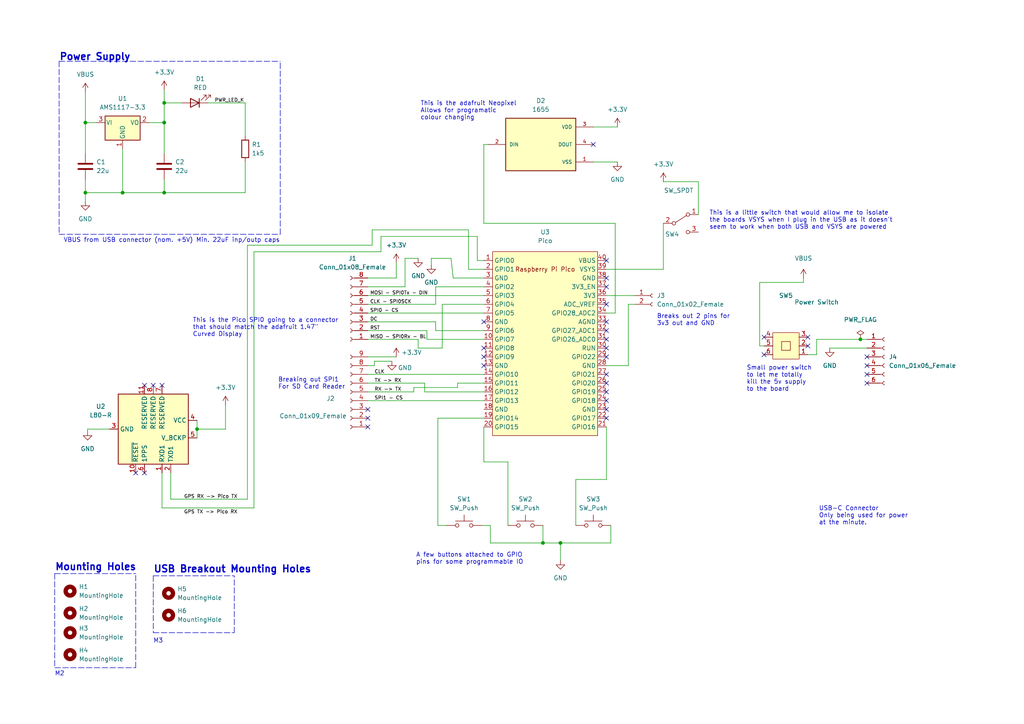
<source format=kicad_sch>
(kicad_sch (version 20211123) (generator eeschema)
  (paper "A4")
  (title_block (title "RPI Pico - SPI Display with Neopixel - GPS and SD Card") (date "2022-12-28") (rev "0.3") (company "Mark McGookin") (comment 1 "Incremental Board for development") (comment 2 "Added SD Card pinouts and GPS footprint"))
  (lib_symbols
    (symbol "Connector:Conn_01x02_Female" (pin_names (offset 1.016) hide)
      (property "Reference" "J" (at 0 2.54 0))
      (property "Value" "Conn_01x02_Female" (at 0 -5.08 0))
      (symbol "Conn_01x02_Female_1_1"
        (arc (start 0 -2.032) (mid -0.508 -2.54) (end 0 -3.048) (stroke (width 0.1524)))
        (polyline (pts (xy -1.27 -2.54) (xy -0.508 -2.54)) (stroke (width 0.1524)))
        (polyline (pts (xy -1.27 0) (xy -0.508 0)) (stroke (width 0.1524)))
        (arc (start 0 0.508) (mid -0.508 0) (end 0 -0.508) (stroke (width 0.1524)))
        (pin passive line (at -5.08 0 0) (length 3.81) (name "Pin_1") (number "1"))
        (pin passive line (at -5.08 -2.54 0) (length 3.81) (name "Pin_2") (number "2"))
      )
    )
    (symbol "Connector:Conn_01x06_Female" (pin_names (offset 1.016) hide)
      (property "Reference" "J" (at 0 7.62 0))
      (property "Value" "Conn_01x06_Female" (at 0 -10.16 0))
      (symbol "Conn_01x06_Female_1_1"
        (arc (start 0 -7.112) (mid -0.508 -7.62) (end 0 -8.128) (stroke (width 0.1524)))
        (arc (start 0 -4.572) (mid -0.508 -5.08) (end 0 -5.588) (stroke (width 0.1524)))
        (arc (start 0 -2.032) (mid -0.508 -2.54) (end 0 -3.048) (stroke (width 0.1524)))
        (polyline (pts (xy -1.27 -7.62) (xy -0.508 -7.62)) (stroke (width 0.1524)))
        (polyline (pts (xy -1.27 -5.08) (xy -0.508 -5.08)) (stroke (width 0.1524)))
        (polyline (pts (xy -1.27 -2.54) (xy -0.508 -2.54)) (stroke (width 0.1524)))
        (polyline (pts (xy -1.27 0) (xy -0.508 0)) (stroke (width 0.1524)))
        (polyline (pts (xy -1.27 2.54) (xy -0.508 2.54)) (stroke (width 0.1524)))
        (polyline (pts (xy -1.27 5.08) (xy -0.508 5.08)) (stroke (width 0.1524)))
        (arc (start 0 0.508) (mid -0.508 0) (end 0 -0.508) (stroke (width 0.1524)))
        (arc (start 0 3.048) (mid -0.508 2.54) (end 0 2.032) (stroke (width 0.1524)))
        (arc (start 0 5.588) (mid -0.508 5.08) (end 0 4.572) (stroke (width 0.1524)))
        (pin passive line (at -5.08 5.08 0) (length 3.81) (name "Pin_1") (number "1"))
        (pin passive line (at -5.08 2.54 0) (length 3.81) (name "Pin_2") (number "2"))
        (pin passive line (at -5.08 0 0) (length 3.81) (name "Pin_3") (number "3"))
        (pin passive line (at -5.08 -2.54 0) (length 3.81) (name "Pin_4") (number "4"))
        (pin passive line (at -5.08 -5.08 0) (length 3.81) (name "Pin_5") (number "5"))
        (pin passive line (at -5.08 -7.62 0) (length 3.81) (name "Pin_6") (number "6"))
      )
    )
    (symbol "Connector:Conn_01x08_Female" (pin_names (offset 1.016) hide)
      (property "Reference" "J" (at 0 10.16 0))
      (property "Value" "Conn_01x08_Female" (at 0 -12.7 0))
      (symbol "Conn_01x08_Female_1_1"
        (arc (start 0 -9.652) (mid -0.508 -10.16) (end 0 -10.668) (stroke (width 0.1524)))
        (arc (start 0 -7.112) (mid -0.508 -7.62) (end 0 -8.128) (stroke (width 0.1524)))
        (arc (start 0 -4.572) (mid -0.508 -5.08) (end 0 -5.588) (stroke (width 0.1524)))
        (arc (start 0 -2.032) (mid -0.508 -2.54) (end 0 -3.048) (stroke (width 0.1524)))
        (polyline (pts (xy -1.27 -10.16) (xy -0.508 -10.16)) (stroke (width 0.1524)))
        (polyline (pts (xy -1.27 -7.62) (xy -0.508 -7.62)) (stroke (width 0.1524)))
        (polyline (pts (xy -1.27 -5.08) (xy -0.508 -5.08)) (stroke (width 0.1524)))
        (polyline (pts (xy -1.27 -2.54) (xy -0.508 -2.54)) (stroke (width 0.1524)))
        (polyline (pts (xy -1.27 0) (xy -0.508 0)) (stroke (width 0.1524)))
        (polyline (pts (xy -1.27 2.54) (xy -0.508 2.54)) (stroke (width 0.1524)))
        (polyline (pts (xy -1.27 5.08) (xy -0.508 5.08)) (stroke (width 0.1524)))
        (polyline (pts (xy -1.27 7.62) (xy -0.508 7.62)) (stroke (width 0.1524)))
        (arc (start 0 0.508) (mid -0.508 0) (end 0 -0.508) (stroke (width 0.1524)))
        (arc (start 0 3.048) (mid -0.508 2.54) (end 0 2.032) (stroke (width 0.1524)))
        (arc (start 0 5.588) (mid -0.508 5.08) (end 0 4.572) (stroke (width 0.1524)))
        (arc (start 0 8.128) (mid -0.508 7.62) (end 0 7.112) (stroke (width 0.1524)))
        (pin passive line (at -5.08 7.62 0) (length 3.81) (name "Pin_1") (number "1"))
        (pin passive line (at -5.08 5.08 0) (length 3.81) (name "Pin_2") (number "2"))
        (pin passive line (at -5.08 2.54 0) (length 3.81) (name "Pin_3") (number "3"))
        (pin passive line (at -5.08 0 0) (length 3.81) (name "Pin_4") (number "4"))
        (pin passive line (at -5.08 -2.54 0) (length 3.81) (name "Pin_5") (number "5"))
        (pin passive line (at -5.08 -5.08 0) (length 3.81) (name "Pin_6") (number "6"))
        (pin passive line (at -5.08 -7.62 0) (length 3.81) (name "Pin_7") (number "7"))
        (pin passive line (at -5.08 -10.16 0) (length 3.81) (name "Pin_8") (number "8"))
      )
    )
    (symbol "Connector:Conn_01x09_Female" (pin_names (offset 1.016) hide)
      (property "Reference" "J" (at 0 12.7 0))
      (property "Value" "Conn_01x09_Female" (at 0 -12.7 0))
      (symbol "Conn_01x09_Female_1_1"
        (arc (start 0 -9.652) (mid -0.508 -10.16) (end 0 -10.668) (stroke (width 0.1524)))
        (arc (start 0 -7.112) (mid -0.508 -7.62) (end 0 -8.128) (stroke (width 0.1524)))
        (arc (start 0 -4.572) (mid -0.508 -5.08) (end 0 -5.588) (stroke (width 0.1524)))
        (arc (start 0 -2.032) (mid -0.508 -2.54) (end 0 -3.048) (stroke (width 0.1524)))
        (polyline (pts (xy -1.27 -10.16) (xy -0.508 -10.16)) (stroke (width 0.1524)))
        (polyline (pts (xy -1.27 -7.62) (xy -0.508 -7.62)) (stroke (width 0.1524)))
        (polyline (pts (xy -1.27 -5.08) (xy -0.508 -5.08)) (stroke (width 0.1524)))
        (polyline (pts (xy -1.27 -2.54) (xy -0.508 -2.54)) (stroke (width 0.1524)))
        (polyline (pts (xy -1.27 0) (xy -0.508 0)) (stroke (width 0.1524)))
        (polyline (pts (xy -1.27 2.54) (xy -0.508 2.54)) (stroke (width 0.1524)))
        (polyline (pts (xy -1.27 5.08) (xy -0.508 5.08)) (stroke (width 0.1524)))
        (polyline (pts (xy -1.27 7.62) (xy -0.508 7.62)) (stroke (width 0.1524)))
        (polyline (pts (xy -1.27 10.16) (xy -0.508 10.16)) (stroke (width 0.1524)))
        (arc (start 0 0.508) (mid -0.508 0) (end 0 -0.508) (stroke (width 0.1524)))
        (arc (start 0 3.048) (mid -0.508 2.54) (end 0 2.032) (stroke (width 0.1524)))
        (arc (start 0 5.588) (mid -0.508 5.08) (end 0 4.572) (stroke (width 0.1524)))
        (arc (start 0 8.128) (mid -0.508 7.62) (end 0 7.112) (stroke (width 0.1524)))
        (arc (start 0 10.668) (mid -0.508 10.16) (end 0 9.652) (stroke (width 0.1524)))
        (pin passive line (at -5.08 10.16 0) (length 3.81) (name "Pin_1") (number "1"))
        (pin passive line (at -5.08 7.62 0) (length 3.81) (name "Pin_2") (number "2"))
        (pin passive line (at -5.08 5.08 0) (length 3.81) (name "Pin_3") (number "3"))
        (pin passive line (at -5.08 2.54 0) (length 3.81) (name "Pin_4") (number "4"))
        (pin passive line (at -5.08 0 0) (length 3.81) (name "Pin_5") (number "5"))
        (pin passive line (at -5.08 -2.54 0) (length 3.81) (name "Pin_6") (number "6"))
        (pin passive line (at -5.08 -5.08 0) (length 3.81) (name "Pin_7") (number "7"))
        (pin passive line (at -5.08 -7.62 0) (length 3.81) (name "Pin_8") (number "8"))
        (pin passive line (at -5.08 -10.16 0) (length 3.81) (name "Pin_9") (number "9"))
      )
    )
    (symbol "Device:C" (pin_numbers hide) (pin_names (offset 0.254))
      (property "Reference" "C" (at 0.635 2.54 0))
      (property "Value" "C" (at 0.635 -2.54 0))
      (symbol "C_0_1"
        (polyline (pts (xy -2.032 -0.762) (xy 2.032 -0.762)) (stroke (width 0.508)))
        (polyline (pts (xy -2.032 0.762) (xy 2.032 0.762)) (stroke (width 0.508)))
      )
      (symbol "C_1_1"
        (pin passive line (at 0 3.81 270) (length 2.794) (name "~") (number "1"))
        (pin passive line (at 0 -3.81 90) (length 2.794) (name "~") (number "2"))
      )
    )
    (symbol "Device:LED" (pin_numbers hide) (pin_names (offset 1.016) hide)
      (property "Reference" "D" (at 0 2.54 0))
      (property "Value" "LED" (at 0 -2.54 0))
      (symbol "LED_0_1"
        (polyline (pts (xy -1.27 -1.27) (xy -1.27 1.27)) (stroke (width 0.254)))
        (polyline (pts (xy -1.27 0) (xy 1.27 0)))
        (polyline (pts (xy 1.27 -1.27) (xy 1.27 1.27) (xy -1.27 0) (xy 1.27 -1.27)) (stroke (width 0.254)))
        (polyline (pts (xy -3.048 -0.762) (xy -4.572 -2.286) (xy -3.81 -2.286) (xy -4.572 -2.286) (xy -4.572 -1.524)))
        (polyline (pts (xy -1.778 -0.762) (xy -3.302 -2.286) (xy -2.54 -2.286) (xy -3.302 -2.286) (xy -3.302 -1.524)))
      )
      (symbol "LED_1_1"
        (pin passive line (at -3.81 0 0) (length 2.54) (name "K") (number "1"))
        (pin passive line (at 3.81 0 180) (length 2.54) (name "A") (number "2"))
      )
    )
    (symbol "Device:R" (pin_numbers hide) (pin_names (offset 0))
      (property "Reference" "R" (at 2.032 0 90))
      (property "Value" "R" (at 0 0 90))
      (symbol "R_0_1"
        (rectangle (start -1.016 -2.54) (end 1.016 2.54) (stroke (width 0.254)))
      )
      (symbol "R_1_1"
        (pin passive line (at 0 3.81 270) (length 1.27) (name "~") (number "1"))
        (pin passive line (at 0 -3.81 90) (length 1.27) (name "~") (number "2"))
      )
    )
    (symbol "Mechanical:MountingHole" (pin_names (offset 1.016))
      (property "Reference" "H" (at 0 5.08 0))
      (property "Value" "MountingHole" (at 0 3.175 0))
      (symbol "MountingHole_0_1"
        (circle (center 0 0) (radius 1.27) (stroke (width 1.27)))
      )
    )
    (symbol "NeoPixel-4Pin-1655:1655" (pin_names (offset 1.016))
      (property "Reference" "D" (at -10.16 8.89 0))
      (property "Value" "1655" (at -10.16 -8.89 0))
      (symbol "1655_0_0"
        (rectangle (start -10.16 -7.62) (end 10.16 7.62) (stroke (width 0.254)) (fill (type background)))
        (pin power_in line (at 15.24 -5.08 180) (length 5.08) (name "VSS") (number "1"))
        (pin input line (at -15.24 0 0) (length 5.08) (name "DIN") (number "2"))
        (pin power_in line (at 15.24 5.08 180) (length 5.08) (name "VDD") (number "3"))
        (pin output line (at 15.24 0 180) (length 5.08) (name "DOUT") (number "4"))
      )
    )
    (symbol "RF_GPS:L80-R"
      (property "Reference" "U" (at -10.16 11.43 0))
      (property "Value" "L80-R" (at 10.16 11.43 0))
      (symbol "L80-R_0_1"
        (rectangle (start -10.16 10.16) (end 10.16 -10.16) (stroke (width 0.254)) (fill (type background)))
      )
      (symbol "L80-R_1_1"
        (pin input line (at 12.7 2.54 180) (length 2.54) (name "RXD1") (number "1"))
        (pin input line (at 12.7 -5.08 180) (length 2.54) (name "~{RESET}") (number "10"))
        (pin passive line (at -12.7 -2.54 0) (length 2.54) (name "RESERVED") (number "11"))
        (pin passive line (at 0 -12.7 90) (length 2.54) hide (name "GND") (number "12"))
        (pin output line (at 12.7 5.08 180) (length 2.54) (name "TXD1") (number "2"))
        (pin power_in line (at 0 -12.7 90) (length 2.54) (name "GND") (number "3"))
        (pin power_in line (at -2.54 12.7 270) (length 2.54) (name "VCC") (number "4"))
        (pin power_in line (at 2.54 12.7 270) (length 2.54) (name "V_BCKP") (number "5"))
        (pin output line (at 12.7 -2.54 180) (length 2.54) (name "1PPS") (number "6"))
        (pin passive line (at -12.7 2.54 0) (length 2.54) (name "RESERVED") (number "7"))
        (pin passive line (at -12.7 0 0) (length 2.54) (name "RESERVED") (number "8"))
        (pin no_connect line (at 10.16 0 180) (length 2.54) hide (name "NC") (number "9"))
      )
    )
    (symbol "RPI-Pico:Pico"
      (property "Reference" "U3" (at 0 32.385 0))
      (property "Value" "Pico" (at 0 29.845 0))
      (symbol "Pico_0_0"
        (text "Raspberry Pi Pico" (at 0 21.59 0) (effects (font (size 1.27 1.27))))
      )
      (symbol "Pico_0_1"
        (rectangle (start -15.24 26.67) (end 15.24 -26.67) (fill (type background)))
      )
      (symbol "Pico_1_1"
        (pin bidirectional line (at -17.78 24.13 0) (length 2.54) (name "GPIO0") (number "1"))
        (pin bidirectional line (at -17.78 1.27 0) (length 2.54) (name "GPIO7") (number "10"))
        (pin bidirectional line (at -17.78 -1.27 0) (length 2.54) (name "GPIO8") (number "11"))
        (pin bidirectional line (at -17.78 -3.81 0) (length 2.54) (name "GPIO9") (number "12"))
        (pin power_in line (at -17.78 -6.35 0) (length 2.54) (name "GND") (number "13"))
        (pin bidirectional line (at -17.78 -8.89 0) (length 2.54) (name "GPIO10") (number "14"))
        (pin bidirectional line (at -17.78 -11.43 0) (length 2.54) (name "GPIO11") (number "15"))
        (pin bidirectional line (at -17.78 -13.97 0) (length 2.54) (name "GPIO12") (number "16"))
        (pin bidirectional line (at -17.78 -16.51 0) (length 2.54) (name "GPIO13") (number "17"))
        (pin power_in line (at -17.78 -19.05 0) (length 2.54) (name "GND") (number "18"))
        (pin bidirectional line (at -17.78 -21.59 0) (length 2.54) (name "GPIO14") (number "19"))
        (pin bidirectional line (at -17.78 21.59 0) (length 2.54) (name "GPIO1") (number "2"))
        (pin bidirectional line (at -17.78 -24.13 0) (length 2.54) (name "GPIO15") (number "20"))
        (pin bidirectional line (at 17.78 -24.13 180) (length 2.54) (name "GPIO16") (number "21"))
        (pin bidirectional line (at 17.78 -21.59 180) (length 2.54) (name "GPIO17") (number "22"))
        (pin power_in line (at 17.78 -19.05 180) (length 2.54) (name "GND") (number "23"))
        (pin bidirectional line (at 17.78 -16.51 180) (length 2.54) (name "GPIO18") (number "24"))
        (pin bidirectional line (at 17.78 -13.97 180) (length 2.54) (name "GPIO19") (number "25"))
        (pin bidirectional line (at 17.78 -11.43 180) (length 2.54) (name "GPIO20") (number "26"))
        (pin bidirectional line (at 17.78 -8.89 180) (length 2.54) (name "GPIO21") (number "27"))
        (pin power_in line (at 17.78 -6.35 180) (length 2.54) (name "GND") (number "28"))
        (pin bidirectional line (at 17.78 -3.81 180) (length 2.54) (name "GPIO22") (number "29"))
        (pin power_in line (at -17.78 19.05 0) (length 2.54) (name "GND") (number "3"))
        (pin input line (at 17.78 -1.27 180) (length 2.54) (name "RUN") (number "30"))
        (pin bidirectional line (at 17.78 1.27 180) (length 2.54) (name "GPIO26_ADC0") (number "31"))
        (pin bidirectional line (at 17.78 3.81 180) (length 2.54) (name "GPIO27_ADC1") (number "32"))
        (pin power_in line (at 17.78 6.35 180) (length 2.54) (name "AGND") (number "33"))
        (pin bidirectional line (at 17.78 8.89 180) (length 2.54) (name "GPIO28_ADC2") (number "34"))
        (pin power_in line (at 17.78 11.43 180) (length 2.54) (name "ADC_VREF") (number "35"))
        (pin power_in line (at 17.78 13.97 180) (length 2.54) (name "3V3") (number "36"))
        (pin input line (at 17.78 16.51 180) (length 2.54) (name "3V3_EN") (number "37"))
        (pin bidirectional line (at 17.78 19.05 180) (length 2.54) (name "GND") (number "38"))
        (pin power_in line (at 17.78 21.59 180) (length 2.54) (name "VSYS") (number "39"))
        (pin bidirectional line (at -17.78 16.51 0) (length 2.54) (name "GPIO2") (number "4"))
        (pin power_in line (at 17.78 24.13 180) (length 2.54) (name "VBUS") (number "40"))
        (pin bidirectional line (at -17.78 13.97 0) (length 2.54) (name "GPIO3") (number "5"))
        (pin bidirectional line (at -17.78 11.43 0) (length 2.54) (name "GPIO4") (number "6"))
        (pin bidirectional line (at -17.78 8.89 0) (length 2.54) (name "GPIO5") (number "7"))
        (pin power_in line (at -17.78 6.35 0) (length 2.54) (name "GND") (number "8"))
        (pin bidirectional line (at -17.78 3.81 0) (length 2.54) (name "GPIO6") (number "9"))
      )
    )
    (symbol "Regulator_Linear:AMS1117-3.3" (pin_names (offset 0.254))
      (property "Reference" "U" (at -3.81 3.175 0))
      (property "Value" "AMS1117-3.3" (at 0 3.175 0))
      (symbol "AMS1117-3.3_0_1"
        (rectangle (start -5.08 -5.08) (end 5.08 1.905) (stroke (width 0.254)) (fill (type background)))
      )
      (symbol "AMS1117-3.3_1_1"
        (pin power_in line (at 0 -7.62 90) (length 2.54) (name "GND") (number "1"))
        (pin power_out line (at 7.62 0 180) (length 2.54) (name "VO") (number "2"))
        (pin power_in line (at -7.62 0 0) (length 2.54) (name "VI") (number "3"))
      )
    )
    (symbol "Switch:SW_Push" (pin_numbers hide) (pin_names (offset 1.016) hide)
      (property "Reference" "SW" (at 1.27 2.54 0))
      (property "Value" "SW_Push" (at 0 -1.524 0))
      (symbol "SW_Push_0_1"
        (circle (center -2.032 0) (radius 0.508))
        (polyline (pts (xy 0 1.27) (xy 0 3.048)))
        (polyline (pts (xy 2.54 1.27) (xy -2.54 1.27)))
        (circle (center 2.032 0) (radius 0.508))
        (pin passive line (at -5.08 0 0) (length 2.54) (name "1") (number "1"))
        (pin passive line (at 5.08 0 180) (length 2.54) (name "2") (number "2"))
      )
    )
    (symbol "Switch:SW_SPDT" (pin_names (offset 0) hide)
      (property "Reference" "SW" (at 0 4.318 0))
      (property "Value" "SW_SPDT" (at 0 -5.08 0))
      (symbol "SW_SPDT_0_0"
        (circle (center -2.032 0) (radius 0.508))
        (circle (center 2.032 -2.54) (radius 0.508))
      )
      (symbol "SW_SPDT_0_1"
        (polyline (pts (xy -1.524 0.254) (xy 1.651 2.286)))
        (circle (center 2.032 2.54) (radius 0.508))
      )
      (symbol "SW_SPDT_1_1"
        (pin passive line (at 5.08 2.54 180) (length 2.54) (name "A") (number "1"))
        (pin passive line (at -5.08 0 0) (length 2.54) (name "B") (number "2"))
        (pin passive line (at 5.08 -2.54 180) (length 2.54) (name "C") (number "3"))
      )
    )
    (symbol "power:+3.3V" (power) (pin_names (offset 0))
      (property "Value" "+3.3V" (at 0 3.556 0))
      (symbol "+3.3V_0_1"
        (polyline (pts (xy -0.762 1.27) (xy 0 2.54)))
        (polyline (pts (xy 0 0) (xy 0 2.54)))
        (polyline (pts (xy 0 2.54) (xy 0.762 1.27)))
      )
      (symbol "+3.3V_1_1"
        (pin power_in line (at 0 0 90) (length 0) hide (name "+3.3V") (number "1"))
      )
    )
    (symbol "power:GND" (power) (pin_names (offset 0))
      (property "Value" "GND" (at 0 -3.81 0))
      (symbol "GND_0_1"
        (polyline (pts (xy 0 0) (xy 0 -1.27) (xy 1.27 -1.27) (xy 0 -2.54) (xy -1.27 -1.27) (xy 0 -1.27)))
      )
      (symbol "GND_1_1"
        (pin power_in line (at 0 0 270) (length 0) hide (name "GND") (number "1"))
      )
    )
    (symbol "power:PWR_FLAG" (power) (pin_numbers hide) (pin_names (offset 0) hide)
      (property "Value" "PWR_FLAG" (at 0 3.81 0))
      (symbol "PWR_FLAG_0_0"
        (pin power_out line (at 0 0 90) (length 0) (name "pwr") (number "1"))
      )
      (symbol "PWR_FLAG_0_1"
        (polyline (pts (xy 0 0) (xy 0 1.27) (xy -1.016 1.905) (xy 0 2.54) (xy 1.016 1.905) (xy 0 1.27)))
      )
    )
    (symbol "power:VBUS" (power) (pin_names (offset 0))
      (property "Value" "VBUS" (at 0 3.81 0))
      (symbol "VBUS_0_1"
        (polyline (pts (xy -0.762 1.27) (xy 0 2.54)))
        (polyline (pts (xy 0 0) (xy 0 2.54)))
        (polyline (pts (xy 0 2.54) (xy 0.762 1.27)))
      )
      (symbol "VBUS_1_1"
        (pin power_in line (at 0 0 90) (length 0) hide (name "VBUS") (number "1"))
      )
    )
    (symbol "self-locking-button:SW_DPDT_XLX" (pin_names (offset 1.016))
      (property "Reference" "U" (at 0 5.08 0))
      (property "Value" "SW_DPDT_XLX" (at 0 2.54 0))
      (symbol "SW_DPDT_XLX_0_1"
        (rectangle (start -3.81 0) (end 3.81 -7.62) (fill (type background)))
        (polyline (pts (xy -1.27 -2.54) (xy 1.27 -2.54) (xy 1.27 -5.08) (xy -1.27 -5.08) (xy -1.27 -2.54)))
      )
      (symbol "SW_DPDT_XLX_1_1"
        (pin input line (at 6.35 -6.35 180) (length 2.54) (name "~") (number "1"))
        (pin input line (at 6.35 -3.81 180) (length 2.54) (name "~") (number "2"))
        (pin input line (at 6.35 -1.27 180) (length 2.54) (name "~") (number "3"))
        (pin input line (at -6.35 -1.27 0) (length 2.54) (name "~") (number "4"))
        (pin input line (at -6.35 -3.81 0) (length 2.54) (name "~") (number "5"))
        (pin input line (at -6.35 -6.35 0) (length 2.54) (name "~") (number "6"))
      )
    )
  )
  (junction (at 35.56 55.88))
  (junction (at 47.625 55.88))
  (junction (at 157.48 157.48))
  (junction (at 47.625 29.845))
  (junction (at 249.555 98.425))
  (junction (at 24.765 35.56))
  (junction (at 57.15 124.46))
  (junction (at 24.765 55.88))
  (junction (at 47.625 35.56))
  (junction (at 162.56 157.48))
  (no_connect (at 39.37 137.16))
  (no_connect (at 175.895 98.425))
  (no_connect (at 175.895 121.285))
  (no_connect (at 175.895 93.345))
  (no_connect (at 251.46 103.505))
  (no_connect (at 221.615 102.87))
  (no_connect (at 175.895 95.885))
  (no_connect (at 140.335 93.345))
  (no_connect (at 175.895 111.125))
  (no_connect (at 175.895 75.565))
  (no_connect (at 251.46 108.585))
  (no_connect (at 140.335 106.045))
  (no_connect (at 175.895 108.585))
  (no_connect (at 172.085 41.91))
  (no_connect (at 140.335 100.965))
  (no_connect (at 106.68 118.745))
  (no_connect (at 234.315 97.79))
  (no_connect (at 251.46 106.045))
  (no_connect (at 221.615 97.79))
  (no_connect (at 234.315 100.33))
  (no_connect (at 175.895 103.505))
  (no_connect (at 175.895 88.265))
  (no_connect (at 175.895 116.205))
  (no_connect (at 44.45 111.76))
  (no_connect (at 46.99 111.76))
  (no_connect (at 251.46 111.125))
  (no_connect (at 175.895 118.745))
  (no_connect (at 41.91 137.16))
  (no_connect (at 106.68 121.285))
  (no_connect (at 106.68 123.825))
  (no_connect (at 175.895 113.665))
  (no_connect (at 175.895 83.185))
  (no_connect (at 41.91 111.76))
  (no_connect (at 175.895 100.965))
  (no_connect (at 140.335 103.505))
  (no_connect (at 175.895 80.645))
  (wire (pts (xy 140.335 41.91) (xy 140.335 64.77)))
  (wire (pts (xy 140.335 88.265) (xy 128.27 88.265)))
  (wire (pts (xy 142.24 152.4) (xy 142.24 157.48)))
  (wire (pts (xy 106.68 108.585) (xy 140.335 108.585)))
  (wire (pts (xy 140.335 64.77) (xy 178.435 64.77)))
  (wire (pts (xy 35.56 43.18) (xy 35.56 55.88)))
  (wire (pts (xy 65.405 124.46) (xy 57.15 124.46)))
  (wire (pts (xy 106.68 80.645) (xy 114.935 80.645)))
  (wire (pts (xy 123.825 98.425) (xy 123.825 95.885)))
  (wire (pts (xy 126.365 83.185) (xy 126.365 88.265)))
  (wire (pts (xy 43.18 35.56) (xy 47.625 35.56)))
  (wire (pts (xy 47.625 26.035) (xy 47.625 29.845)))
  (wire (pts (xy 120.015 113.665) (xy 120.015 112.395)))
  (wire (pts (xy 142.24 157.48) (xy 157.48 157.48)))
  (wire (pts (xy 157.48 152.4) (xy 157.48 157.48)))
  (wire (pts (xy 220.345 81.915) (xy 233.045 81.915)))
  (wire (pts (xy 132.715 111.125) (xy 140.335 111.125)))
  (wire (pts (xy 220.345 81.915) (xy 220.345 100.33)))
  (wire (pts (xy 140.335 98.425) (xy 123.825 98.425)))
  (polyline (pts (xy 17.145 17.78) (xy 17.145 67.945)))
  (wire (pts (xy 47.625 55.88) (xy 71.12 55.88)))
  (wire (pts (xy 117.475 83.185) (xy 117.475 74.93)))
  (wire (pts (xy 106.68 116.205) (xy 140.335 116.205)))
  (wire (pts (xy 123.19 113.665) (xy 140.335 113.665)))
  (wire (pts (xy 130.81 74.93) (xy 125.095 74.93)))
  (polyline (pts (xy 44.45 167.005) (xy 67.945 167.005)))
  (wire (pts (xy 73.66 73.025) (xy 110.49 73.025)))
  (wire (pts (xy 49.53 144.78) (xy 71.755 144.78)))
  (wire (pts (xy 47.625 29.845) (xy 52.705 29.845)))
  (wire (pts (xy 175.895 123.825) (xy 175.895 139.065)))
  (wire (pts (xy 140.335 123.825) (xy 140.335 133.985)))
  (wire (pts (xy 172.085 36.83) (xy 179.07 36.83)))
  (wire (pts (xy 182.245 88.265) (xy 184.15 88.265)))
  (wire (pts (xy 175.895 85.725) (xy 184.15 85.725)))
  (wire (pts (xy 140.335 121.285) (xy 127 121.285)))
  (wire (pts (xy 140.335 95.885) (xy 126.365 95.885)))
  (wire (pts (xy 120.015 112.395) (xy 132.715 112.395)))
  (polyline (pts (xy 44.45 167.005) (xy 44.45 183.515)))
  (wire (pts (xy 157.48 157.48) (xy 162.56 157.48)))
  (wire (pts (xy 106.68 113.665) (xy 120.015 113.665)))
  (wire (pts (xy 249.555 98.425) (xy 236.855 98.425)))
  (wire (pts (xy 106.68 83.185) (xy 117.475 83.185)))
  (wire (pts (xy 167.005 139.065) (xy 167.005 152.4)))
  (wire (pts (xy 175.895 78.105) (xy 192.405 78.105)))
  (wire (pts (xy 24.765 26.67) (xy 24.765 35.56)))
  (wire (pts (xy 123.19 111.125) (xy 123.19 113.665)))
  (wire (pts (xy 126.365 95.885) (xy 126.365 93.345)))
  (wire (pts (xy 71.12 29.845) (xy 71.12 39.37)))
  (wire (pts (xy 71.755 71.12) (xy 107.95 71.12)))
  (wire (pts (xy 24.765 44.45) (xy 24.765 35.56)))
  (wire (pts (xy 140.335 41.91) (xy 141.605 41.91)))
  (wire (pts (xy 47.625 35.56) (xy 47.625 44.45)))
  (wire (pts (xy 139.7 152.4) (xy 142.24 152.4)))
  (wire (pts (xy 71.12 46.99) (xy 71.12 55.88)))
  (wire (pts (xy 24.765 55.88) (xy 24.765 58.42)))
  (wire (pts (xy 147.32 133.985) (xy 147.32 152.4)))
  (wire (pts (xy 177.165 152.4) (xy 177.165 157.48)))
  (wire (pts (xy 175.895 106.045) (xy 182.245 106.045)))
  (wire (pts (xy 140.335 83.185) (xy 126.365 83.185)))
  (wire (pts (xy 57.15 121.92) (xy 57.15 124.46)))
  (wire (pts (xy 106.68 106.045) (xy 108.585 106.045)))
  (wire (pts (xy 57.15 124.46) (xy 57.15 127)))
  (wire (pts (xy 106.68 98.425) (xy 121.285 98.425)))
  (wire (pts (xy 140.335 133.985) (xy 147.32 133.985)))
  (wire (pts (xy 175.895 139.065) (xy 167.005 139.065)))
  (wire (pts (xy 31.75 124.46) (xy 25.4 124.46)))
  (wire (pts (xy 71.755 144.78) (xy 71.755 71.12)))
  (wire (pts (xy 46.99 147.32) (xy 73.66 147.32)))
  (wire (pts (xy 107.95 71.12) (xy 107.95 66.675)))
  (wire (pts (xy 49.53 137.16) (xy 49.53 144.78)))
  (wire (pts (xy 108.585 106.045) (xy 108.585 104.775)))
  (wire (pts (xy 162.56 157.48) (xy 162.56 162.56)))
  (wire (pts (xy 126.365 93.345) (xy 106.68 93.345)))
  (wire (pts (xy 128.27 100.965) (xy 121.285 100.965)))
  (polyline (pts (xy 15.875 193.675) (xy 39.37 193.675)))
  (wire (pts (xy 114.935 80.645) (xy 114.935 76.2)))
  (wire (pts (xy 138.43 68.58) (xy 138.43 75.565)))
  (polyline (pts (xy 17.145 67.945) (xy 81.28 67.945)))
  (wire (pts (xy 107.95 66.675) (xy 135.89 66.675)))
  (wire (pts (xy 177.165 157.48) (xy 162.56 157.48)))
  (wire (pts (xy 236.855 102.87) (xy 234.315 102.87)))
  (wire (pts (xy 172.085 46.99) (xy 179.07 46.99)))
  (polyline (pts (xy 81.28 67.945) (xy 81.28 17.78)))
  (wire (pts (xy 135.89 66.675) (xy 135.89 78.105)))
  (polyline (pts (xy 67.945 183.515) (xy 67.945 167.005)))
  (wire (pts (xy 128.27 88.265) (xy 128.27 100.965)))
  (wire (pts (xy 220.345 100.33) (xy 221.615 100.33)))
  (wire (pts (xy 127 121.285) (xy 127 152.4)))
  (wire (pts (xy 106.68 103.505) (xy 114.935 103.505)))
  (wire (pts (xy 24.765 52.07) (xy 24.765 55.88)))
  (wire (pts (xy 47.625 55.88) (xy 35.56 55.88)))
  (wire (pts (xy 121.285 100.965) (xy 121.285 98.425)))
  (wire (pts (xy 202.565 52.705) (xy 202.565 62.23)))
  (wire (pts (xy 132.715 112.395) (xy 132.715 111.125)))
  (wire (pts (xy 127 152.4) (xy 129.54 152.4)))
  (wire (pts (xy 106.68 85.725) (xy 140.335 85.725)))
  (wire (pts (xy 236.855 98.425) (xy 236.855 102.87)))
  (wire (pts (xy 138.43 75.565) (xy 140.335 75.565)))
  (wire (pts (xy 251.46 98.425) (xy 249.555 98.425)))
  (wire (pts (xy 46.99 137.16) (xy 46.99 147.32)))
  (polyline (pts (xy 44.45 183.515) (xy 67.945 183.515)))
  (wire (pts (xy 108.585 104.775) (xy 113.665 104.775)))
  (wire (pts (xy 110.49 68.58) (xy 138.43 68.58)))
  (wire (pts (xy 47.625 52.07) (xy 47.625 55.88)))
  (wire (pts (xy 131.445 80.645) (xy 130.81 74.93)))
  (wire (pts (xy 106.68 90.805) (xy 140.335 90.805)))
  (wire (pts (xy 73.66 147.32) (xy 73.66 73.025)))
  (wire (pts (xy 117.475 74.93) (xy 121.285 74.93)))
  (wire (pts (xy 65.405 117.475) (xy 65.405 124.46)))
  (wire (pts (xy 125.095 74.93) (xy 125.095 76.835)))
  (wire (pts (xy 110.49 73.025) (xy 110.49 68.58)))
  (polyline (pts (xy 15.875 166.37) (xy 15.875 193.675)))
  (wire (pts (xy 178.435 90.805) (xy 175.895 90.805)))
  (polyline (pts (xy 39.37 193.675) (xy 39.37 166.37)))
  (wire (pts (xy 25.4 124.46) (xy 25.4 125.095)))
  (wire (pts (xy 240.665 100.965) (xy 251.46 100.965)))
  (wire (pts (xy 135.89 78.105) (xy 140.335 78.105)))
  (wire (pts (xy 24.765 35.56) (xy 27.94 35.56)))
  (wire (pts (xy 35.56 55.88) (xy 24.765 55.88)))
  (wire (pts (xy 192.405 52.705) (xy 202.565 52.705)))
  (wire (pts (xy 106.68 88.265) (xy 126.365 88.265)))
  (wire (pts (xy 106.68 111.125) (xy 123.19 111.125)))
  (polyline (pts (xy 15.875 166.37) (xy 39.37 166.37)))
  (wire (pts (xy 123.825 95.885) (xy 106.68 95.885)))
  (polyline (pts (xy 17.145 17.78) (xy 81.28 17.78)))
  (wire (pts (xy 140.335 80.645) (xy 131.445 80.645)))
  (wire (pts (xy 182.245 106.045) (xy 182.245 88.265)))
  (wire (pts (xy 178.435 64.77) (xy 178.435 90.805)))
  (wire (pts (xy 192.405 64.77) (xy 192.405 78.105)))
  (wire (pts (xy 47.625 29.845) (xy 47.625 35.56)))
  (wire (pts (xy 233.045 81.915) (xy 233.045 80.645)))
  (wire (pts (xy 60.325 29.845) (xy 71.12 29.845)))
  (text "A few buttons attached to GPIO \npins for some programmable IO" (at 120.65 163.83 0) (effects (font (size 1.27 1.27)) (justify left bottom)))
  (text "Power Supply" (at 17.145 17.78 0) (effects (font (size 2 2) (thickness 0.4) bold) (justify left bottom)))
  (text "Breaks out 2 pins for\n3v3 out and GND" (at 190.5 94.615 0) (effects (font (size 1.27 1.27)) (justify left bottom)))
  (text "Mounting Holes\n" (at 15.875 165.735 0) (effects (font (size 2 2) (thickness 0.4) bold) (justify left bottom)))
  (text "Small power switch\nto let me totally\nkill the 5v supply\nto the board" (at 216.535 113.665 0) (effects (font (size 1.27 1.27)) (justify left bottom)))
  (text "USB Breakout Mounting Holes\n" (at 44.45 166.37 0) (effects (font (size 2 2) (thickness 0.4) bold) (justify left bottom)))
  (text "USB-C Connector\nOnly being used for power\nat the minute." (at 237.49 152.4 0) (effects (font (size 1.27 1.27)) (justify left bottom)))
  (text "Breaking out SPI1\nFor SD Card Reader" (at 80.645 113.03 0) (effects (font (size 1.27 1.27)) (justify left bottom)))
  (text "M2\n" (at 15.875 196.215 0) (effects (font (size 1.27 1.27)) (justify left bottom)))
  (text "This is the adafruit Neopixel\nAllows for programatic\ncolour changing" (at 121.92 34.925 0) (effects (font (size 1.27 1.27)) (justify left bottom)))
  (text "VBUS from USB connector (nom. +5V) Min. 22uF inp/outp caps" (at 18.415 70.485 0) (effects (font (size 1.27 1.27)) (justify left bottom)))
  (text "M3\n" (at 44.45 186.69 0) (effects (font (size 1.27 1.27)) (justify left bottom)))
  (text "This is a little switch that would allow me to isolate\nthe boards VSYS when I plug in the USB as it doesn't\nseem to work when both USB and VSYS are powered" (at 205.74 66.675 0) (effects (font (size 1.27 1.27)) (justify left bottom)))
  (text "This is the Pico SPI0 going to a connector\nthat should match the adafruit 1.47\"\nCurved Display" (at 55.88 97.79 0) (effects (font (size 1.27 1.27)) (justify left bottom)))
  (label "MOSI - SPI0Tx - DIN" (at 107.315 85.725 0) (effects (font (size 1 1))))
  (label "RST" (at 107.315 95.885 0) (effects (font (size 1 1))))
  (label "GPS RX -> Pico TX" (at 53.34 144.78 0) (effects (font (size 1 1))))
  (label "SPI1 - CS" (at 108.585 116.205 0) (effects (font (size 1 1))))
  (label "TX -> RX" (at 108.585 111.125 0) (effects (font (size 1 1))))
  (label "DC" (at 107.315 93.345 0) (effects (font (size 1 1))))
  (label "GPS TX -> Pico RX" (at 53.34 149.225 0) (effects (font (size 1 1))))
  (label "SPI0 - CS" (at 107.315 90.805 0) (effects (font (size 1 1))))
  (label "PWR_LED_K" (at 62.23 29.845 0) (effects (font (size 1 1))))
  (label "CLK - SPI0SCK" (at 107.315 88.265 0) (effects (font (size 1 1))))
  (label "RX -> TX" (at 108.585 113.665 0) (effects (font (size 1 1))))
  (label "CLK" (at 108.585 108.585 0) (effects (font (size 1 1))))
  (label "MISO - SPI0Rx - BL" (at 107.315 98.425 0) (effects (font (size 1 1))))
  (symbol (lib_id "Switch:SW_Push") (at 134.62 152.4 0) (unit 1)
    (property "Reference" "SW1" (at 134.62 144.78 0))
    (property "Value" "SW_Push" (at 134.62 147.32 0))
    (property "Footprint" "Button_Switch_THT:SW_PUSH_6mm_H5mm" (effects hide))
  )
  (symbol (lib_id "Device:C") (at 24.765 48.26 0) (unit 1)
    (property "Reference" "C1" (at 27.94 46.9899 0) (effects (justify left)))
    (property "Value" "22u" (at 27.94 49.5299 0) (effects (justify left)))
    (property "Footprint" "Capacitor_SMD:C_0603_1608Metric" (effects hide))
  )
  (symbol (lib_id "Mechanical:MountingHole") (at 20.32 183.515 0) (unit 1)
    (property "Reference" "H3" (at 22.86 182.2449 0) (effects (justify left)))
    (property "Value" "MountingHole" (at 22.86 184.7849 0) (effects (justify left)))
    (property "Footprint" "MountingHole:MountingHole_2.2mm_M2" (effects hide))
  )
  (symbol (lib_id "power:PWR_FLAG") (at 249.555 98.425 0) (unit 1)
    (property "Reference" "#FLG01" (effects hide))
    (property "Value" "PWR_FLAG" (at 249.555 92.71 0))
  )
  (symbol (lib_id "power:+3.3V") (at 192.405 52.705 0) (unit 1)
    (property "Reference" "#PWR014" (effects hide))
    (property "Value" "+3.3V" (at 192.405 47.625 0))
  )
  (symbol (lib_id "power:VBUS") (at 24.765 26.67 0) (unit 1)
    (property "Reference" "#PWR01" (effects hide))
    (property "Value" "VBUS" (at 24.765 21.59 0))
  )
  (symbol (lib_id "power:GND") (at 240.665 100.965 0) (unit 1)
    (property "Reference" "#PWR016" (effects hide))
    (property "Value" "GND" (at 240.665 106.045 0))
  )
  (symbol (lib_id "RPI-Pico:Pico") (at 158.115 99.695 0) (unit 1)
    (property "Reference" "U3" (at 158.115 67.31 0))
    (property "Value" "Pico" (at 158.115 69.85 0))
    (property "Footprint" "RPI Pico:RPi_Pico_SMD_TH" (effects hide))
  )
  (symbol (lib_id "Switch:SW_Push") (at 152.4 152.4 0) (unit 1)
    (property "Reference" "SW2" (at 152.4 144.78 0))
    (property "Value" "SW_Push" (at 152.4 147.32 0))
    (property "Footprint" "Button_Switch_THT:SW_PUSH_6mm_H5mm" (effects hide))
  )
  (symbol (lib_id "power:GND") (at 179.07 46.99 0) (unit 1)
    (property "Reference" "#PWR013" (effects hide))
    (property "Value" "GND" (at 179.07 52.07 0))
  )
  (symbol (lib_id "NeoPixel-4Pin-1655:1655") (at 156.845 41.91 0) (unit 1)
    (property "Reference" "D2" (at 156.845 29.21 0))
    (property "Value" "1655" (at 156.845 31.75 0))
    (property "Footprint" "Neopixel:LED_1655" (effects hide))
    (property "STANDARD" "Manufacturer recommendations" (effects hide))
    (property "MANUFACTURER" "Adafruit Industries" (effects hide))
    (property "MAXIMUM_PACKAGE_HEIGHT" "1.6 mm" (effects hide))
    (property "PARTREV" "01" (effects hide))
  )
  (symbol (lib_id "power:+3.3V") (at 114.935 76.2 0) (unit 1)
    (property "Reference" "#PWR07" (effects hide))
    (property "Value" "+3.3V" (at 114.935 71.12 0))
  )
  (symbol (lib_id "Device:R") (at 71.12 43.18 0) (unit 1)
    (property "Reference" "R1" (at 73.025 41.9099 0) (effects (justify left)))
    (property "Value" "1k5" (at 73.025 44.4499 0) (effects (justify left)))
    (property "Footprint" "Resistor_SMD:R_0603_1608Metric" (effects hide))
  )
  (symbol (lib_id "power:+3.3V") (at 65.405 117.475 0) (unit 1)
    (property "Reference" "#PWR05" (effects hide))
    (property "Value" "+3.3V" (at 65.405 112.395 0))
  )
  (symbol (lib_id "power:+3.3V") (at 179.07 36.83 0) (unit 1)
    (property "Reference" "#PWR012" (effects hide))
    (property "Value" "+3.3V" (at 179.07 31.75 0))
  )
  (symbol (lib_id "Connector:Conn_01x08_Female") (at 101.6 90.805 180) (unit 1)
    (property "Reference" "J1" (at 102.235 74.93 0))
    (property "Value" "Conn_01x08_Female" (at 102.235 77.47 0))
    (property "Footprint" "Connector_JST:JST_PH_B8B-PH-K_1x08_P2.00mm_Vertical" (effects hide))
  )
  (symbol (lib_id "power:+3.3V") (at 47.625 26.035 0) (unit 1)
    (property "Reference" "#PWR04" (effects hide))
    (property "Value" "+3.3V" (at 47.625 20.955 0))
  )
  (symbol (lib_id "Device:LED") (at 56.515 29.845 180) (unit 1)
    (property "Reference" "D1" (at 58.1025 22.86 0))
    (property "Value" "RED" (at 58.1025 25.4 0))
    (property "Footprint" "LED_SMD:LED_0603_1608Metric" (effects hide))
  )
  (symbol (lib_id "power:GND") (at 113.665 104.775 0) (unit 1)
    (property "Reference" "#PWR06" (effects hide))
    (property "Value" "GND" (at 117.475 106.68 0))
  )
  (symbol (lib_id "Connector:Conn_01x02_Female") (at 189.23 85.725 0) (unit 1)
    (property "Reference" "J3" (at 190.5 85.7249 0) (effects (justify left)))
    (property "Value" "Conn_01x02_Female" (at 190.5 88.2649 0) (effects (justify left)))
    (property "Footprint" "Connector_PinHeader_2.54mm:PinHeader_1x02_P2.54mm_Vertical" (effects hide))
  )
  (symbol (lib_id "Regulator_Linear:AMS1117-3.3") (at 35.56 35.56 0) (unit 1)
    (property "Reference" "U1" (at 35.56 28.575 0))
    (property "Value" "AMS1117-3.3" (at 35.56 31.115 0))
    (property "Footprint" "Package_TO_SOT_SMD:SOT-223-3_TabPin2" (effects hide))
    (property "Datasheet" "http://www.advanced-monolithic.com/pdf/ds1117.pdf" (effects hide))
  )
  (symbol (lib_id "Switch:SW_SPDT") (at 197.485 64.77 0) (unit 1)
    (property "Reference" "SW4" (at 194.945 67.945 0))
    (property "Value" "SW_SPDT" (at 196.85 55.245 0))
    (property "Footprint" "Button_Switch_SMD:SW_SPDT_PCM12" (effects hide))
  )
  (symbol (lib_id "Connector:Conn_01x06_Female") (at 256.54 103.505 0) (unit 1)
    (property "Reference" "J4" (at 257.81 103.5049 0) (effects (justify left)))
    (property "Value" "Conn_01x06_Female" (at 257.81 106.0449 0) (effects (justify left)))
    (property "Footprint" "Connector_PinHeader_2.54mm:PinHeader_1x06_P2.54mm_Vertical" (effects hide))
  )
  (symbol (lib_id "RF_GPS:L80-R") (at 44.45 124.46 270) (unit 1)
    (property "Reference" "U2" (at 29.21 117.8812 90))
    (property "Value" "L80-R" (at 29.21 120.4212 90))
    (property "Footprint" "RF_GPS:Quectel_L80-R" (effects hide))
    (property "Datasheet" "https://www.quectel.com/UploadImage/Downlad/Quectel_L80-R_Hardware_Design_V1.2.pdf" (effects hide))
  )
  (symbol (lib_id "power:GND") (at 121.285 74.93 0) (unit 1)
    (property "Reference" "#PWR09" (effects hide))
    (property "Value" "GND" (at 121.285 80.01 0))
  )
  (symbol (lib_id "Mechanical:MountingHole") (at 20.32 189.865 0) (unit 1)
    (property "Reference" "H4" (at 22.86 188.5949 0) (effects (justify left)))
    (property "Value" "MountingHole" (at 22.86 191.1349 0) (effects (justify left)))
    (property "Footprint" "MountingHole:MountingHole_2.2mm_M2" (effects hide))
  )
  (symbol (lib_id "power:GND") (at 162.56 162.56 0) (unit 1)
    (property "Reference" "#PWR011" (effects hide))
    (property "Value" "GND" (at 162.56 167.64 0))
  )
  (symbol (lib_id "Mechanical:MountingHole") (at 48.895 172.085 0) (unit 1)
    (property "Reference" "H5" (at 51.435 170.8149 0) (effects (justify left)))
    (property "Value" "MountingHole" (at 51.435 173.3549 0) (effects (justify left)))
    (property "Footprint" "MountingHole:MountingHole_3.2mm_M3" (effects hide))
  )
  (symbol (lib_id "power:VBUS") (at 233.045 80.645 0) (unit 1)
    (property "Reference" "#PWR015" (effects hide))
    (property "Value" "VBUS" (at 233.045 74.93 0))
  )
  (symbol (lib_id "power:GND") (at 125.095 76.835 0) (unit 1)
    (property "Reference" "#PWR010" (effects hide))
    (property "Value" "GND" (at 125.095 81.915 0))
  )
  (symbol (lib_id "Mechanical:MountingHole") (at 48.895 178.435 0) (unit 1)
    (property "Reference" "H6" (at 51.435 177.1649 0) (effects (justify left)))
    (property "Value" "MountingHole" (at 51.435 179.7049 0) (effects (justify left)))
    (property "Footprint" "MountingHole:MountingHole_3.2mm_M3" (effects hide))
  )
  (symbol (lib_id "power:+3.3V") (at 114.935 103.505 0) (unit 1)
    (property "Reference" "#PWR08" (effects hide))
    (property "Value" "+3.3V" (at 119.38 102.235 0))
  )
  (symbol (lib_id "Connector:Conn_01x09_Female") (at 101.6 113.665 180) (unit 1)
    (property "Reference" "J2" (at 95.885 115.57 0))
    (property "Value" "Conn_01x09_Female" (at 90.805 120.65 0))
    (property "Footprint" "Connector_PinHeader_2.54mm:PinHeader_1x09_P2.54mm_Vertical" (effects hide))
  )
  (symbol (lib_id "power:GND") (at 24.765 58.42 0) (unit 1)
    (property "Reference" "#PWR02" (effects hide))
    (property "Value" "GND" (at 24.765 63.5 0))
  )
  (symbol (lib_id "Device:C") (at 47.625 48.26 0) (unit 1)
    (property "Reference" "C2" (at 50.8 46.9899 0) (effects (justify left)))
    (property "Value" "22u" (at 50.8 49.5299 0) (effects (justify left)))
    (property "Footprint" "Capacitor_SMD:C_0603_1608Metric" (effects hide))
  )
  (symbol (lib_id "self-locking-button:SW_DPDT_XLX") (at 227.965 96.52 0) (unit 1)
    (property "Reference" "SW5" (at 227.965 85.725 0))
    (property "Value" "Power Switch" (at 236.855 87.63 0))
    (property "Footprint" "self-locking-button:SW_DPDT_XLX" (effects hide))
  )
  (symbol (lib_id "Mechanical:MountingHole") (at 20.32 171.45 0) (unit 1)
    (property "Reference" "H1" (at 22.86 170.1799 0) (effects (justify left)))
    (property "Value" "MountingHole" (at 22.86 172.7199 0) (effects (justify left)))
    (property "Footprint" "MountingHole:MountingHole_2.2mm_M2" (effects hide))
  )
  (symbol (lib_id "Mechanical:MountingHole") (at 20.32 177.8 0) (unit 1)
    (property "Reference" "H2" (at 22.86 176.5299 0) (effects (justify left)))
    (property "Value" "MountingHole" (at 22.86 179.0699 0) (effects (justify left)))
    (property "Footprint" "MountingHole:MountingHole_2.2mm_M2" (effects hide))
  )
  (symbol (lib_id "power:GND") (at 25.4 125.095 0) (unit 1)
    (property "Reference" "#PWR03" (effects hide))
    (property "Value" "GND" (at 25.4 130.175 0))
  )
  (symbol (lib_id "Switch:SW_Push") (at 172.085 152.4 0) (unit 1)
    (property "Reference" "SW3" (at 172.085 144.78 0))
    (property "Value" "SW_Push" (at 172.085 147.32 0))
    (property "Footprint" "Button_Switch_THT:SW_PUSH_6mm_H5mm" (effects hide))
  )
)
</source>
